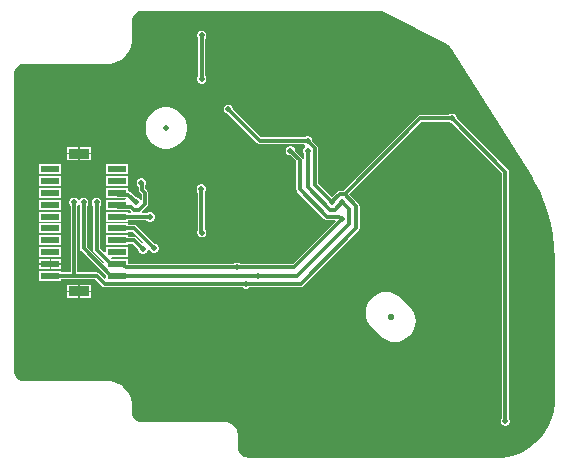
<source format=gbl>
G04*
G04 #@! TF.GenerationSoftware,Altium Limited,Altium Designer,24.4.1 (13)*
G04*
G04 Layer_Physical_Order=2*
G04 Layer_Color=16711680*
%FSLAX44Y44*%
%MOMM*%
G71*
G04*
G04 #@! TF.SameCoordinates,67352877-1681-4123-B6E6-81FFD263FBCE*
G04*
G04*
G04 #@! TF.FilePolarity,Positive*
G04*
G01*
G75*
%ADD19C,0.3000*%
%ADD20C,0.5000*%
%ADD21R,1.8000X0.8500*%
%ADD22R,1.6000X0.6000*%
G04:AMPARAMS|DCode=23|XSize=0.5mm|YSize=0.5mm|CornerRadius=0.125mm|HoleSize=0mm|Usage=FLASHONLY|Rotation=135.000|XOffset=0mm|YOffset=0mm|HoleType=Round|Shape=RoundedRectangle|*
%AMROUNDEDRECTD23*
21,1,0.5000,0.2500,0,0,135.0*
21,1,0.2500,0.5000,0,0,135.0*
1,1,0.2500,0.0000,0.1768*
1,1,0.2500,0.1768,0.0000*
1,1,0.2500,0.0000,-0.1768*
1,1,0.2500,-0.1768,0.0000*
%
%ADD23ROUNDEDRECTD23*%
G36*
X-150000Y379235D02*
X-149398Y379235D01*
X-148204Y379078D01*
X-147041Y378769D01*
X-145928Y378310D01*
X-145406Y378011D01*
X-145359Y377995D01*
X-145320Y377965D01*
X-92409Y350900D01*
X-91932Y350625D01*
X-90976Y349892D01*
X-90122Y349041D01*
X-89387Y348086D01*
X-89085Y347565D01*
X-89058Y347535D01*
X-89043Y347497D01*
X-20642Y239581D01*
X-18220Y235386D01*
X-13899Y226623D01*
X-10159Y217596D01*
X-7019Y208344D01*
X-4490Y198906D01*
X-2584Y189323D01*
X-1308Y179635D01*
X-669Y169886D01*
X-669Y165200D01*
X-726Y164911D01*
X-726Y164711D01*
X-765Y164514D01*
X-765Y50000D01*
Y46773D01*
X-1608Y40375D01*
X-3278Y34141D01*
X-5747Y28179D01*
X-8973Y22590D01*
X-12902Y17470D01*
X-17464Y12907D01*
X-22584Y8978D01*
X-28172Y5750D01*
X-34134Y3280D01*
X-40367Y1609D01*
X-46766Y766D01*
X-50000Y765D01*
X-260000Y765D01*
X-260910D01*
X-262694Y1120D01*
X-264374Y1816D01*
X-265887Y2827D01*
X-267173Y4113D01*
X-268184Y5626D01*
X-268880Y7306D01*
X-269235Y9090D01*
X-269235Y20000D01*
X-269245Y20050D01*
X-269237Y20100D01*
X-269279Y20955D01*
X-269316Y21101D01*
X-269316Y21252D01*
X-269649Y22929D01*
X-269726Y23115D01*
X-269765Y23312D01*
X-270419Y24891D01*
X-270530Y25058D01*
X-270607Y25244D01*
X-271557Y26666D01*
X-271699Y26808D01*
X-271810Y26974D01*
X-273018Y28184D01*
X-273185Y28296D01*
X-273327Y28438D01*
X-274748Y29388D01*
X-274934Y29465D01*
X-275100Y29577D01*
X-276679Y30232D01*
X-276876Y30271D01*
X-277062Y30348D01*
X-278738Y30683D01*
X-278890Y30683D01*
X-279037Y30720D01*
X-279899Y30763D01*
X-279950Y30755D01*
X-280000Y30765D01*
X-350910D01*
X-352694Y31120D01*
X-354374Y31816D01*
X-355887Y32827D01*
X-357173Y34113D01*
X-358184Y35626D01*
X-358880Y37306D01*
X-359235Y39090D01*
Y45000D01*
X-359245Y45050D01*
X-359237Y45100D01*
X-359327Y46935D01*
X-359364Y47082D01*
Y47233D01*
X-360080Y50832D01*
X-360157Y51018D01*
X-360196Y51215D01*
X-361600Y54605D01*
X-361711Y54772D01*
X-361788Y54958D01*
X-363827Y58010D01*
X-363969Y58152D01*
X-364080Y58319D01*
X-366675Y60914D01*
X-366842Y61026D01*
X-366984Y61168D01*
X-370035Y63208D01*
X-370220Y63285D01*
X-370387Y63396D01*
X-373777Y64802D01*
X-373974Y64841D01*
X-374160Y64918D01*
X-377759Y65635D01*
X-377910Y65635D01*
X-378057Y65672D01*
X-379899Y65763D01*
X-379950Y65755D01*
X-380000Y65765D01*
X-450910D01*
X-452694Y66120D01*
X-454374Y66816D01*
X-455887Y67827D01*
X-457173Y69113D01*
X-458184Y70626D01*
X-458880Y72306D01*
X-459235Y74090D01*
Y75000D01*
Y325000D01*
Y325910D01*
X-458880Y327694D01*
X-458184Y329374D01*
X-457173Y330887D01*
X-455887Y332173D01*
X-454374Y333184D01*
X-452694Y333880D01*
X-450910Y334235D01*
X-450000D01*
X-380000Y334235D01*
X-379950Y334245D01*
X-379900Y334237D01*
X-378064Y334327D01*
X-377918Y334364D01*
X-377767D01*
X-374166Y335080D01*
X-373981Y335157D01*
X-373784Y335196D01*
X-370392Y336601D01*
X-370225Y336713D01*
X-370040Y336790D01*
X-366987Y338829D01*
X-366845Y338971D01*
X-366678Y339083D01*
X-364083Y341678D01*
X-363971Y341845D01*
X-363829Y341987D01*
X-361790Y345040D01*
X-361713Y345225D01*
X-361601Y345392D01*
X-360196Y348784D01*
X-360157Y348981D01*
X-360080Y349166D01*
X-359364Y352767D01*
Y352918D01*
X-359327Y353064D01*
X-359237Y354900D01*
X-359245Y354950D01*
X-359235Y355000D01*
Y370910D01*
X-358880Y372694D01*
X-358184Y374374D01*
X-357173Y375887D01*
X-355887Y377173D01*
X-354374Y378184D01*
X-352694Y378880D01*
X-350910Y379235D01*
X-350000D01*
X-150000Y379235D01*
D02*
G37*
%LPC*%
G36*
X-299204Y362500D02*
X-300796D01*
X-302266Y361891D01*
X-303391Y360766D01*
X-304000Y359296D01*
Y357704D01*
X-303391Y356234D01*
X-302824Y355667D01*
Y324333D01*
X-303391Y323766D01*
X-304000Y322296D01*
Y320704D01*
X-303391Y319234D01*
X-302266Y318109D01*
X-300796Y317500D01*
X-299204D01*
X-297734Y318109D01*
X-296609Y319234D01*
X-296000Y320704D01*
Y322296D01*
X-296609Y323766D01*
X-297176Y324333D01*
Y355667D01*
X-296609Y356234D01*
X-296000Y357704D01*
Y359296D01*
X-296609Y360766D01*
X-297734Y361891D01*
X-299204Y362500D01*
D02*
G37*
G36*
X-328276Y297500D02*
X-331724D01*
X-335105Y296828D01*
X-338289Y295508D01*
X-341156Y293593D01*
X-343593Y291156D01*
X-345508Y288289D01*
X-346828Y285105D01*
X-347500Y281724D01*
Y278276D01*
X-346828Y274895D01*
X-345508Y271711D01*
X-343593Y268844D01*
X-341156Y266407D01*
X-338289Y264492D01*
X-335105Y263172D01*
X-331724Y262500D01*
X-328276D01*
X-324895Y263172D01*
X-321711Y264492D01*
X-318844Y266407D01*
X-316407Y268844D01*
X-314492Y271711D01*
X-313172Y274895D01*
X-312500Y278276D01*
Y281724D01*
X-313172Y285105D01*
X-314492Y288289D01*
X-316407Y291156D01*
X-318844Y293593D01*
X-321711Y295508D01*
X-324895Y296828D01*
X-328276Y297500D01*
D02*
G37*
G36*
X-393730Y263770D02*
X-403365D01*
Y258885D01*
X-393730D01*
Y263770D01*
D02*
G37*
G36*
X-404635D02*
X-414270D01*
Y258885D01*
X-404635D01*
Y263770D01*
D02*
G37*
G36*
X-393730Y257615D02*
X-403365D01*
Y252730D01*
X-393730D01*
Y257615D01*
D02*
G37*
G36*
X-404635D02*
X-414270D01*
Y252730D01*
X-404635D01*
Y257615D01*
D02*
G37*
G36*
X-362730Y249270D02*
X-381270D01*
Y240730D01*
X-362730D01*
Y249270D01*
D02*
G37*
G36*
X-418730D02*
X-437270D01*
Y240730D01*
X-418730D01*
Y249270D01*
D02*
G37*
G36*
X-362730Y239270D02*
X-381270D01*
Y230730D01*
X-362730D01*
Y239270D01*
D02*
G37*
G36*
X-418730D02*
X-437270D01*
Y230730D01*
X-418730D01*
Y239270D01*
D02*
G37*
G36*
Y229270D02*
X-437270D01*
Y220730D01*
X-418730D01*
Y229270D01*
D02*
G37*
G36*
X-350204Y237500D02*
X-351796D01*
X-353266Y236891D01*
X-354391Y235766D01*
X-355000Y234296D01*
Y232704D01*
X-354391Y231234D01*
X-353442Y230285D01*
Y227617D01*
X-353442Y227617D01*
X-353227Y226537D01*
X-352614Y225620D01*
X-350824Y223830D01*
Y219129D01*
X-352094Y218877D01*
X-352359Y219516D01*
X-353484Y220641D01*
X-354954Y221250D01*
X-355756D01*
X-360071Y225565D01*
X-360987Y226177D01*
X-362068Y226392D01*
X-362730Y227361D01*
Y229270D01*
X-381270D01*
Y220730D01*
X-364330D01*
X-364203Y220540D01*
X-364882Y219270D01*
X-381270D01*
Y210730D01*
X-370773D01*
X-370500Y210676D01*
X-360948D01*
X-359366Y209094D01*
X-359406Y208708D01*
X-359797Y207824D01*
X-362730D01*
Y209270D01*
X-381270D01*
Y200730D01*
X-362730D01*
Y202176D01*
X-346833D01*
X-345883Y201226D01*
X-344413Y200617D01*
X-342822D01*
X-341352Y201226D01*
X-340226Y202351D01*
X-339617Y203822D01*
Y205413D01*
X-340226Y206883D01*
X-341352Y208008D01*
X-342822Y208617D01*
X-344413D01*
X-345883Y208008D01*
X-346067Y207824D01*
X-350481D01*
X-350872Y208708D01*
X-350912Y209094D01*
X-346003Y214003D01*
X-346003Y214003D01*
X-345391Y214919D01*
X-345176Y216000D01*
Y225000D01*
X-345176Y225000D01*
X-345391Y226081D01*
X-346003Y226997D01*
X-346003Y226997D01*
X-347793Y228787D01*
Y231050D01*
X-347609Y231234D01*
X-347000Y232704D01*
Y234296D01*
X-347609Y235766D01*
X-348734Y236891D01*
X-350204Y237500D01*
D02*
G37*
G36*
X-418730Y219270D02*
X-437270D01*
Y210730D01*
X-418730D01*
Y219270D01*
D02*
G37*
G36*
Y209270D02*
X-437270D01*
Y200730D01*
X-418730D01*
Y209270D01*
D02*
G37*
G36*
Y199270D02*
X-437270D01*
Y190730D01*
X-418730D01*
Y199270D01*
D02*
G37*
G36*
X-299454Y232250D02*
X-301046D01*
X-302516Y231641D01*
X-303641Y230516D01*
X-304250Y229046D01*
Y227454D01*
X-303641Y225984D01*
X-302949Y225292D01*
Y194208D01*
X-303391Y193766D01*
X-304000Y192296D01*
Y190704D01*
X-303391Y189234D01*
X-302266Y188109D01*
X-300796Y187500D01*
X-299204D01*
X-297734Y188109D01*
X-296609Y189234D01*
X-296000Y190704D01*
Y192296D01*
X-296609Y193766D01*
X-297301Y194458D01*
Y225542D01*
X-296859Y225984D01*
X-296250Y227454D01*
Y229046D01*
X-296859Y230516D01*
X-297984Y231641D01*
X-299454Y232250D01*
D02*
G37*
G36*
X-362730Y199270D02*
X-381270D01*
Y190730D01*
X-362730D01*
Y192176D01*
X-358170D01*
X-349641Y183647D01*
X-350070Y182280D01*
X-350353Y182229D01*
X-355120Y186997D01*
X-356036Y187609D01*
X-357117Y187824D01*
X-357118Y187824D01*
X-362730D01*
Y189270D01*
X-381270D01*
Y180730D01*
X-362730D01*
Y182176D01*
X-358287D01*
X-353617Y177506D01*
Y176704D01*
X-353008Y175234D01*
X-351883Y174109D01*
X-350413Y173500D01*
X-348822D01*
X-347351Y174109D01*
X-346226Y175234D01*
X-345617Y176704D01*
Y176709D01*
X-344347Y177418D01*
X-344002Y177206D01*
X-343990Y177179D01*
X-343391Y175734D01*
X-342266Y174609D01*
X-340796Y174000D01*
X-339204D01*
X-337734Y174609D01*
X-336609Y175734D01*
X-336000Y177204D01*
Y178796D01*
X-336609Y180266D01*
X-337734Y181391D01*
X-339204Y182000D01*
X-340006D01*
X-355003Y196997D01*
X-355919Y197609D01*
X-357000Y197824D01*
X-357000Y197824D01*
X-362730D01*
Y199270D01*
D02*
G37*
G36*
X-418730Y189270D02*
X-437270D01*
Y180730D01*
X-418730D01*
Y189270D01*
D02*
G37*
G36*
Y179270D02*
X-437270D01*
Y170730D01*
X-418730D01*
Y179270D01*
D02*
G37*
G36*
Y169270D02*
X-427365D01*
Y165635D01*
X-418730D01*
Y169270D01*
D02*
G37*
G36*
X-428635D02*
X-437270D01*
Y165635D01*
X-428635D01*
Y169270D01*
D02*
G37*
G36*
X-418730Y164365D02*
X-427365D01*
Y160730D01*
X-418730D01*
Y164365D01*
D02*
G37*
G36*
X-428635D02*
X-437270D01*
Y160730D01*
X-428635D01*
Y164365D01*
D02*
G37*
G36*
X-393730Y147270D02*
X-403365D01*
Y142385D01*
X-393730D01*
Y147270D01*
D02*
G37*
G36*
X-404635D02*
X-414270D01*
Y142385D01*
X-404635D01*
Y147270D01*
D02*
G37*
G36*
X-393730Y141115D02*
X-403365D01*
Y136230D01*
X-393730D01*
Y141115D01*
D02*
G37*
G36*
X-404635D02*
X-414270D01*
Y136230D01*
X-404635D01*
Y141115D01*
D02*
G37*
G36*
X-143535Y141120D02*
X-146966Y140782D01*
X-150265Y139782D01*
X-153305Y138157D01*
X-155970Y135970D01*
X-158157Y133305D01*
X-159782Y130265D01*
X-160782Y126966D01*
X-161120Y123535D01*
X-160782Y120105D01*
X-159782Y116806D01*
X-158157Y113766D01*
X-155970Y111101D01*
X-148899Y104030D01*
X-146234Y101843D01*
X-143194Y100218D01*
X-139895Y99218D01*
X-136465Y98880D01*
X-133034Y99218D01*
X-129735Y100218D01*
X-126695Y101843D01*
X-124030Y104030D01*
X-121843Y106695D01*
X-120218Y109735D01*
X-119218Y113034D01*
X-118880Y116465D01*
X-119218Y119895D01*
X-120218Y123194D01*
X-121843Y126234D01*
X-124030Y128899D01*
X-131101Y135970D01*
X-133766Y138157D01*
X-136806Y139782D01*
X-140105Y140782D01*
X-143535Y141120D01*
D02*
G37*
G36*
X-276454Y299750D02*
X-278046D01*
X-279516Y299141D01*
X-280641Y298016D01*
X-281250Y296546D01*
Y294954D01*
X-280641Y293484D01*
X-279516Y292359D01*
X-278046Y291750D01*
X-277244D01*
X-252747Y267253D01*
X-251831Y266641D01*
X-250750Y266426D01*
X-250750Y266426D01*
X-213083D01*
X-212516Y265859D01*
X-212101Y265687D01*
Y264313D01*
X-212516Y264141D01*
X-213641Y263016D01*
X-214250Y261546D01*
Y259954D01*
X-213641Y258484D01*
X-213074Y257917D01*
Y253972D01*
X-214344Y253847D01*
X-214391Y254081D01*
X-215003Y254997D01*
X-220750Y260744D01*
Y261546D01*
X-221359Y263016D01*
X-222484Y264141D01*
X-223954Y264750D01*
X-225546D01*
X-227016Y264141D01*
X-228141Y263016D01*
X-228750Y261546D01*
Y259954D01*
X-228141Y258484D01*
X-227016Y257359D01*
X-225546Y256750D01*
X-224744D01*
X-219824Y251830D01*
Y228000D01*
X-219824Y228000D01*
X-219609Y226919D01*
X-218997Y226003D01*
X-195997Y203003D01*
X-195997Y203003D01*
X-195081Y202391D01*
X-194000Y202176D01*
X-186978D01*
X-186492Y201002D01*
X-222670Y164824D01*
X-267167D01*
X-267734Y165391D01*
X-269204Y166000D01*
X-270796D01*
X-272266Y165391D01*
X-272833Y164824D01*
X-362730D01*
Y169270D01*
X-376307D01*
X-376434Y169460D01*
X-375755Y170730D01*
X-362730D01*
Y179270D01*
X-381270D01*
Y174923D01*
X-382443Y174437D01*
X-386176Y178170D01*
Y214167D01*
X-385609Y214734D01*
X-385000Y216204D01*
Y217796D01*
X-385609Y219266D01*
X-386734Y220391D01*
X-388204Y221000D01*
X-389796D01*
X-391266Y220391D01*
X-392391Y219266D01*
X-393000Y217796D01*
Y216204D01*
X-392391Y214734D01*
X-391824Y214167D01*
Y177000D01*
X-391824Y177000D01*
X-391609Y175919D01*
X-390997Y175003D01*
X-381993Y165999D01*
X-382029Y165819D01*
X-383407Y165401D01*
X-397176Y179170D01*
Y214167D01*
X-396609Y214734D01*
X-396000Y216204D01*
Y217796D01*
X-396609Y219266D01*
X-397734Y220391D01*
X-399204Y221000D01*
X-400796D01*
X-402266Y220391D01*
X-403280Y219377D01*
X-404000Y219317D01*
X-404720Y219377D01*
X-405734Y220391D01*
X-407204Y221000D01*
X-408796D01*
X-410266Y220391D01*
X-411391Y219266D01*
X-412000Y217796D01*
Y216204D01*
X-411391Y214734D01*
X-410824Y214167D01*
Y157824D01*
X-418730D01*
Y159270D01*
X-437270D01*
Y150730D01*
X-418730D01*
Y152176D01*
X-390170D01*
X-383997Y146003D01*
X-383081Y145391D01*
X-382000Y145176D01*
X-265333D01*
X-264766Y144609D01*
X-263296Y144000D01*
X-261704D01*
X-260234Y144609D01*
X-259667Y145176D01*
X-216000D01*
X-216000Y145176D01*
X-214919Y145391D01*
X-214003Y146003D01*
X-167003Y193003D01*
X-166391Y193919D01*
X-166176Y195000D01*
X-166176Y195000D01*
Y214000D01*
X-166176Y214000D01*
X-166391Y215081D01*
X-167003Y215997D01*
X-167003Y215997D01*
X-175006Y224000D01*
X-113698Y285308D01*
X-90711D01*
X-90145Y284741D01*
X-88674Y284132D01*
X-87873D01*
X-45574Y241833D01*
Y34583D01*
X-46141Y34016D01*
X-46750Y32546D01*
Y30954D01*
X-46141Y29484D01*
X-45016Y28359D01*
X-43546Y27750D01*
X-41954D01*
X-40484Y28359D01*
X-39359Y29484D01*
X-38750Y30954D01*
Y32546D01*
X-39359Y34016D01*
X-39926Y34583D01*
Y243003D01*
X-40141Y244084D01*
X-40753Y245000D01*
X-83879Y288126D01*
Y288927D01*
X-84488Y290398D01*
X-85613Y291523D01*
X-87083Y292132D01*
X-88674D01*
X-90145Y291523D01*
X-90711Y290956D01*
X-114868D01*
X-115949Y290741D01*
X-116865Y290129D01*
X-116865Y290129D01*
X-180170Y226824D01*
X-183041D01*
X-183041Y226824D01*
X-184122Y226609D01*
X-185038Y225997D01*
X-185038Y225997D01*
X-189521Y221515D01*
X-201176Y233170D01*
Y263000D01*
X-201176Y263000D01*
X-201391Y264081D01*
X-202003Y264997D01*
X-202003Y264997D01*
X-206250Y269244D01*
Y270046D01*
X-206859Y271516D01*
X-207984Y272641D01*
X-209454Y273250D01*
X-211046D01*
X-212516Y272641D01*
X-213083Y272074D01*
X-249580D01*
X-273250Y295744D01*
Y296546D01*
X-273859Y298016D01*
X-274984Y299141D01*
X-276454Y299750D01*
D02*
G37*
%LPD*%
G36*
X-403280Y214623D02*
X-402824Y214167D01*
Y178000D01*
X-402824Y178000D01*
X-402609Y176919D01*
X-401997Y176003D01*
X-381270Y155276D01*
Y152923D01*
X-382443Y152437D01*
X-387003Y156997D01*
X-387919Y157609D01*
X-389000Y157824D01*
X-389000Y157824D01*
X-405176D01*
Y214167D01*
X-404720Y214623D01*
X-404000Y214683D01*
X-403280Y214623D01*
D02*
G37*
D19*
X-300125Y191625D02*
Y228125D01*
X-300250Y228250D02*
X-300125Y228125D01*
Y191625D02*
X-300000Y191500D01*
X-408000Y155000D02*
X-389000D01*
X-428000D02*
X-408000D01*
Y217000D01*
X-400000Y178000D02*
Y217000D01*
X-389000Y177000D02*
Y217000D01*
Y177000D02*
X-377000Y165000D01*
X-400000Y178000D02*
X-377000Y155000D01*
X-372000D01*
X-252000D01*
X-372000Y195000D02*
X-357000D01*
X-340000Y178000D01*
X-357117Y185000D02*
X-349617Y177500D01*
X-372000Y185000D02*
X-357117D01*
X-389000Y155000D02*
X-382000Y148000D01*
X-377000Y165000D02*
X-372000D01*
X-382000Y148000D02*
X-216000D01*
X-169000Y195000D01*
X-252000Y155000D02*
X-219000D01*
X-270000Y162000D02*
X-221500D01*
X-364000D02*
X-270000D01*
X-42750Y31757D02*
Y243003D01*
X-87879Y288132D02*
X-42750Y243003D01*
X-181257Y202750D02*
X-180750D01*
X-217000Y228000D02*
X-194000Y205000D01*
X-183507D02*
X-181257Y202750D01*
X-194000Y205000D02*
X-183507D01*
X-224750Y260750D02*
X-217000Y253000D01*
Y228000D02*
Y253000D01*
X-204000Y232000D02*
X-189250Y217250D01*
X-210250Y269250D02*
X-204000Y263000D01*
Y232000D02*
Y263000D01*
X-210250Y230007D02*
X-191243Y211000D01*
X-187000D01*
X-210250Y230007D02*
Y260750D01*
X-187000Y211000D02*
X-180750Y217250D01*
X-179000Y224000D02*
X-114868Y288132D01*
X-87879D01*
X-372000Y165000D02*
X-367000D01*
X-221500Y162000D02*
X-180750Y202750D01*
X-367000Y165000D02*
X-364000Y162000D01*
X-219000Y155000D02*
X-175000Y199000D01*
X-183041Y224000D02*
X-179000D01*
X-189250Y217791D02*
X-183041Y224000D01*
X-179000D02*
X-169000Y214000D01*
Y195000D02*
Y214000D01*
X-175000Y199000D02*
Y211500D01*
X-180750Y217250D02*
X-175000Y211500D01*
X-277250Y295750D02*
X-250750Y269250D01*
X-210250D01*
X-344000Y205000D02*
X-343617Y204617D01*
X-372000Y205000D02*
X-344000D01*
X-348000Y216000D02*
Y225000D01*
X-351000Y233500D02*
X-350617Y233117D01*
Y227617D02*
X-348000Y225000D01*
X-350617Y227617D02*
Y233117D01*
X-353000Y211000D02*
X-348000Y216000D01*
X-370500Y213500D02*
X-359778D01*
X-357278Y211000D01*
X-353000D01*
X-372000Y215000D02*
X-370500Y213500D01*
X-370568Y223568D02*
X-362068D01*
X-372000Y225000D02*
X-370568Y223568D01*
X-362068D02*
X-355750Y217250D01*
X-300000Y321500D02*
Y358500D01*
D20*
X-330000Y280000D02*
D03*
X-35002Y59998D02*
D03*
X-80002Y149998D02*
D03*
X-65002Y119998D02*
D03*
X-95002Y179998D02*
D03*
Y119998D02*
D03*
X-155002Y59998D02*
D03*
X-185002D02*
D03*
X-432000Y235000D02*
D03*
Y225000D02*
D03*
Y215000D02*
D03*
Y205000D02*
D03*
Y195000D02*
D03*
Y185000D02*
D03*
Y245000D02*
D03*
X-300000Y321500D02*
D03*
Y358500D02*
D03*
X-368000Y245000D02*
D03*
Y235000D02*
D03*
X-355750Y217250D02*
D03*
X-351000Y233500D02*
D03*
X-343617Y204617D02*
D03*
X-349617Y177500D02*
D03*
X-340000Y178000D02*
D03*
X-210250Y269250D02*
D03*
X-277250Y295750D02*
D03*
X-87879Y288132D02*
D03*
X-42750Y31750D02*
D03*
X-224750Y260750D02*
D03*
X-210250D02*
D03*
X-189250Y217250D02*
D03*
X-180750D02*
D03*
Y202750D02*
D03*
X-270000Y162000D02*
D03*
X-252000Y155000D02*
D03*
X-262500Y148000D02*
D03*
X-389000Y217000D02*
D03*
X-400000D02*
D03*
X-408000D02*
D03*
X-300000Y191500D02*
D03*
X-300250Y228250D02*
D03*
X-440002Y89998D02*
D03*
X-425002Y299998D02*
D03*
X-440002Y329998D02*
D03*
X-410002Y89998D02*
D03*
Y329998D02*
D03*
X-380002Y89998D02*
D03*
X-365002Y119998D02*
D03*
X-244000Y258000D02*
D03*
X-243000Y283000D02*
D03*
X-399000Y164000D02*
D03*
X-365002Y299998D02*
D03*
X-380002Y329998D02*
D03*
X-335002Y59998D02*
D03*
X-350002Y89998D02*
D03*
X-335002Y119998D02*
D03*
X-350002Y269998D02*
D03*
X-335002Y299998D02*
D03*
Y359998D02*
D03*
X-320002Y89998D02*
D03*
X-305002Y299998D02*
D03*
X-290002Y89998D02*
D03*
X-200002Y29998D02*
D03*
Y89998D02*
D03*
Y149998D02*
D03*
X-185002Y299998D02*
D03*
Y359998D02*
D03*
X-170002Y29998D02*
D03*
Y89998D02*
D03*
Y149998D02*
D03*
X-155002Y359998D02*
D03*
X-140002Y89998D02*
D03*
Y149998D02*
D03*
Y329998D02*
D03*
X-125002Y359998D02*
D03*
X-110002Y89998D02*
D03*
Y149998D02*
D03*
X-65002Y179998D02*
D03*
X-80002Y209998D02*
D03*
X-35002Y119998D02*
D03*
Y179998D02*
D03*
Y239998D02*
D03*
X-50002Y269998D02*
D03*
X-20002Y29998D02*
D03*
X-5002Y59998D02*
D03*
X-20002Y89998D02*
D03*
X-5002Y119998D02*
D03*
X-20002Y149998D02*
D03*
X-5002Y179998D02*
D03*
X-20002Y209998D02*
D03*
X-275000Y258000D02*
D03*
D21*
X-404000Y141750D02*
D03*
Y258250D02*
D03*
D22*
X-428000Y155000D02*
D03*
Y165000D02*
D03*
Y175000D02*
D03*
Y185000D02*
D03*
Y195000D02*
D03*
Y205000D02*
D03*
Y215000D02*
D03*
Y225000D02*
D03*
Y235000D02*
D03*
Y245000D02*
D03*
X-372000Y155000D02*
D03*
Y165000D02*
D03*
Y175000D02*
D03*
Y185000D02*
D03*
Y195000D02*
D03*
Y205000D02*
D03*
Y215000D02*
D03*
Y225000D02*
D03*
Y235000D02*
D03*
Y245000D02*
D03*
D23*
X-140000Y120000D02*
D03*
M02*

</source>
